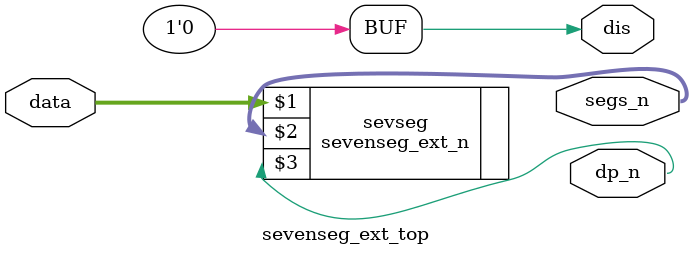
<source format=sv>
module  sevenseg_ext_top(input logic [6:0] data,
 output logic [6:0] segs_n,
 output logic dp_n,
  output logic dis);

assign dis = 0;
sevenseg_ext_n sevseg(data, segs_n, dp_n);




endmodule
</source>
